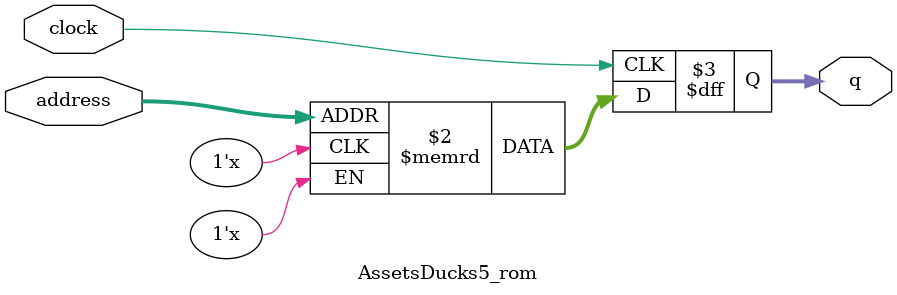
<source format=sv>
module AssetsDucks5_rom (
	input logic clock,
	input logic [12:0] address,
	output logic [3:0] q
);

logic [3:0] memory [0:4351] /* synthesis ram_init_file = "./AssetsDucks5/AssetsDucks5.mif" */;

always_ff @ (posedge clock) begin
	q <= memory[address];
end

endmodule

</source>
